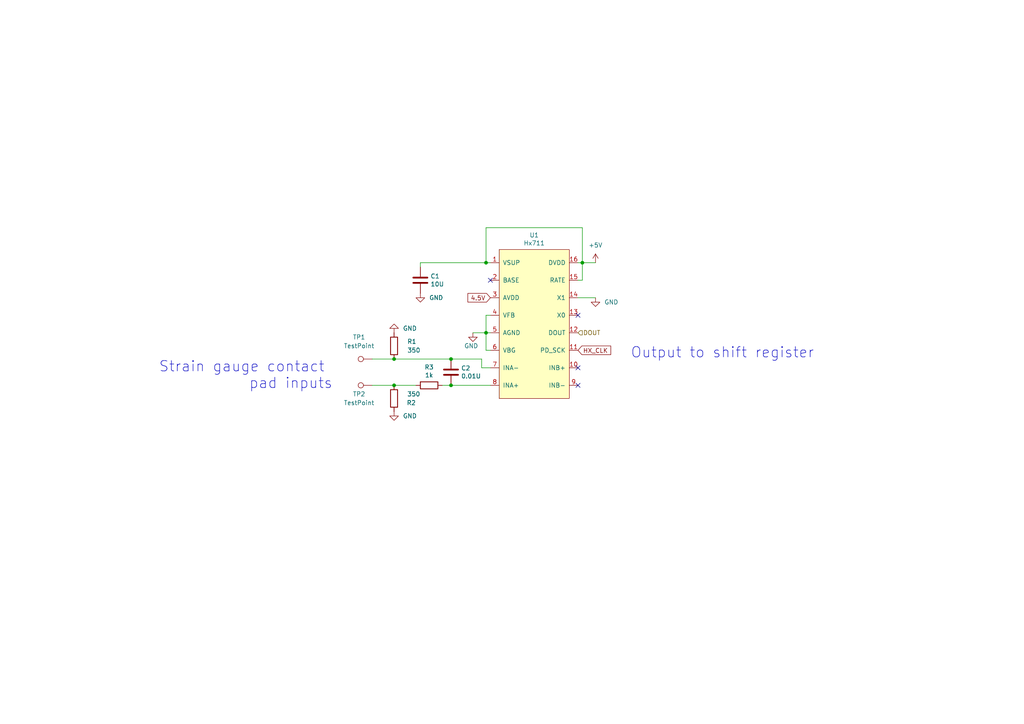
<source format=kicad_sch>
(kicad_sch (version 20211123) (generator eeschema)
  (paper "A4")
  (lib_symbols
    (symbol "Connector:TestPoint" (pin_numbers hide) (pin_names (offset 0.762) hide)
      (property "Reference" "TP" (at 0 6.858 0))
      (property "Value" "TestPoint" (at 0 5.08 0))
      (symbol "TestPoint_0_1"
        (circle (center 0 3.302) (radius 0.762))
      )
      (symbol "TestPoint_1_1"
        (pin passive line (at 0 0 90) (length 2.54) (name "1") (number "1"))
      )
    )
    (symbol "Device:R" (pin_numbers hide) (pin_names (offset 0))
      (property "Reference" "R" (at 2.032 0 90))
      (property "Value" "R" (at 0 0 90))
      (symbol "R_0_1"
        (rectangle (start -1.016 -2.54) (end 1.016 2.54) (stroke (width 0.254)))
      )
      (symbol "R_1_1"
        (pin passive line (at 0 3.81 270) (length 1.27) (name "~") (number "1"))
        (pin passive line (at 0 -3.81 90) (length 1.27) (name "~") (number "2"))
      )
    )
    (symbol "PCB-rescue:C-Device" (pin_numbers hide) (pin_names (offset 0.254))
      (property "Reference" "C" (at 0.635 2.54 0))
      (property "Value" "C-Device" (at 0.635 -2.54 0))
      (symbol "C-Device_0_1"
        (polyline (pts (xy -2.032 -0.762) (xy 2.032 -0.762)) (stroke (width 0.508)))
        (polyline (pts (xy -2.032 0.762) (xy 2.032 0.762)) (stroke (width 0.508)))
      )
      (symbol "C-Device_1_1"
        (pin passive line (at 0 3.81 270) (length 2.794) (name "~") (number "1"))
        (pin passive line (at 0 -3.81 90) (length 2.794) (name "~") (number "2"))
      )
    )
    (symbol "PCB-rescue:Hx711-HX711-HX711-ADC-rescue" (pin_names (offset 1.016))
      (property "Reference" "U" (at 3.81 45.72 0))
      (property "Value" "Hx711-HX711-HX711-ADC-rescue" (at 3.81 43.18 0))
      (symbol "Hx711-HX711-HX711-ADC-rescue_0_1"
        (rectangle (start -6.35 41.91) (end 13.97 -1.27) (fill (type background)))
      )
      (symbol "Hx711-HX711-HX711-ADC-rescue_1_1"
        (pin input line (at -8.89 38.1 0) (length 2.54) (name "VSUP") (number "1"))
        (pin input line (at 16.51 7.62 180) (length 2.54) (name "INB+") (number "10"))
        (pin input line (at 16.51 12.7 180) (length 2.54) (name "PD_SCK") (number "11"))
        (pin output line (at 16.51 17.78 180) (length 2.54) (name "DOUT") (number "12"))
        (pin input line (at 16.51 22.86 180) (length 2.54) (name "X0") (number "13"))
        (pin input line (at 16.51 27.94 180) (length 2.54) (name "X1") (number "14"))
        (pin input line (at 16.51 33.02 180) (length 2.54) (name "RATE") (number "15"))
        (pin input line (at 16.51 38.1 180) (length 2.54) (name "DVDD") (number "16"))
        (pin output line (at -8.89 33.02 0) (length 2.54) (name "BASE") (number "2"))
        (pin input line (at -8.89 27.94 0) (length 2.54) (name "AVDD") (number "3"))
        (pin input line (at -8.89 22.86 0) (length 2.54) (name "VFB") (number "4"))
        (pin input line (at -8.89 17.78 0) (length 2.54) (name "AGND") (number "5"))
        (pin input line (at -8.89 12.7 0) (length 2.54) (name "VBG") (number "6"))
        (pin input line (at -8.89 7.62 0) (length 2.54) (name "INA-") (number "7"))
        (pin input line (at -8.89 2.54 0) (length 2.54) (name "INA+") (number "8"))
        (pin input line (at 16.51 2.54 180) (length 2.54) (name "INB-") (number "9"))
      )
    )
    (symbol "PCB-rescue:R-Device" (pin_numbers hide) (pin_names (offset 0))
      (property "Reference" "R" (at 2.032 0 90))
      (property "Value" "R-Device" (at 0 0 90))
      (symbol "R-Device_0_1"
        (rectangle (start -1.016 -2.54) (end 1.016 2.54) (stroke (width 0.254)))
      )
      (symbol "R-Device_1_1"
        (pin passive line (at 0 3.81 270) (length 1.27) (name "~") (number "1"))
        (pin passive line (at 0 -3.81 90) (length 1.27) (name "~") (number "2"))
      )
    )
    (symbol "power:+5V" (power) (pin_names (offset 0))
      (property "Value" "+5V" (at 0 3.556 0))
      (symbol "+5V_0_1"
        (polyline (pts (xy -0.762 1.27) (xy 0 2.54)))
        (polyline (pts (xy 0 0) (xy 0 2.54)))
        (polyline (pts (xy 0 2.54) (xy 0.762 1.27)))
      )
      (symbol "+5V_1_1"
        (pin power_in line (at 0 0 90) (length 0) hide (name "+5V") (number "1"))
      )
    )
    (symbol "power:GND" (power) (pin_names (offset 0))
      (property "Value" "GND" (at 0 -3.81 0))
      (symbol "GND_0_1"
        (polyline (pts (xy 0 0) (xy 0 -1.27) (xy 1.27 -1.27) (xy 0 -2.54) (xy -1.27 -1.27) (xy 0 -1.27)))
      )
      (symbol "GND_1_1"
        (pin power_in line (at 0 0 270) (length 0) hide (name "GND") (number "1"))
      )
    )
  )
  (junction (at 168.91 76.2))
  (junction (at 130.81 104.14))
  (junction (at 114.3 104.14))
  (junction (at 140.97 76.2))
  (junction (at 140.97 96.52))
  (junction (at 130.81 111.76))
  (junction (at 114.3 111.76))
  (no_connect (at 167.64 111.76))
  (no_connect (at 167.64 91.44))
  (no_connect (at 142.24 81.28))
  (no_connect (at 167.64 106.68))
  (wire (pts (xy 140.97 96.52) (xy 140.97 101.6)))
  (wire (pts (xy 142.24 91.44) (xy 140.97 91.44)))
  (wire (pts (xy 128.27 111.76) (xy 130.81 111.76)))
  (wire (pts (xy 168.91 66.04) (xy 140.97 66.04)))
  (wire (pts (xy 114.3 111.76) (xy 120.65 111.76)))
  (wire (pts (xy 114.3 104.14) (xy 130.81 104.14)))
  (wire (pts (xy 172.72 86.36) (xy 167.64 86.36)))
  (wire (pts (xy 139.7 106.68) (xy 139.7 104.14)))
  (wire (pts (xy 168.91 81.28) (xy 168.91 76.2)))
  (wire (pts (xy 167.64 81.28) (xy 168.91 81.28)))
  (wire (pts (xy 139.7 104.14) (xy 130.81 104.14)))
  (wire (pts (xy 140.97 96.52) (xy 142.24 96.52)))
  (wire (pts (xy 107.95 104.14) (xy 114.3 104.14)))
  (wire (pts (xy 168.91 76.2) (xy 172.72 76.2)))
  (wire (pts (xy 142.24 106.68) (xy 139.7 106.68)))
  (wire (pts (xy 140.97 66.04) (xy 140.97 76.2)))
  (wire (pts (xy 137.16 96.52) (xy 140.97 96.52)))
  (wire (pts (xy 140.97 101.6) (xy 142.24 101.6)))
  (wire (pts (xy 140.97 76.2) (xy 142.24 76.2)))
  (wire (pts (xy 107.95 111.76) (xy 114.3 111.76)))
  (wire (pts (xy 121.92 76.2) (xy 121.92 77.47)))
  (wire (pts (xy 130.81 111.76) (xy 142.24 111.76)))
  (wire (pts (xy 140.97 91.44) (xy 140.97 96.52)))
  (wire (pts (xy 168.91 66.04) (xy 168.91 76.2)))
  (wire (pts (xy 167.64 76.2) (xy 168.91 76.2)))
  (wire (pts (xy 121.92 76.2) (xy 140.97 76.2)))
  (text "Strain gauge contact \npad inputs\n" (at 96.52 113.03 180) (effects (font (size 3 3)) (justify right bottom)))
  (text "Output to shift register" (at 182.88 104.14 0) (effects (font (size 3 3)) (justify left bottom)))
  (global_label "HX_CLK" (shape input) (at 167.64 101.6 0) (property "Intersheet References" "${INTERSHEET_REFS}" (effects hide)))
  (global_label "4.5V" (shape input) (at 142.24 86.36 180) (property "Intersheet References" "${INTERSHEET_REFS}" (effects hide)))
  (hierarchical_label "DOUT" (shape input) (at 167.64 96.52 0))
  (symbol (lib_id "PCB-rescue:C-Device") (at 121.92 81.28 0)
    (property "Reference" "C1" (at 124.841 80.1116 0) (effects (justify left)))
    (property "Value" "10U" (at 124.841 82.423 0) (effects (justify left)))
    (property "Footprint" "Capacitor_SMD:C_0805_2012Metric_Pad1.18x1.45mm_HandSolder" (effects hide))
  )
  (symbol (lib_id "power:GND") (at 114.3 119.38 0)
    (property "Reference" "#PWR0103" (effects hide))
    (property "Value" "GND" (at 116.84 120.6499 0) (effects (justify left)))
  )
  (symbol (lib_id "power:GND") (at 121.92 85.09 0)
    (property "Reference" "#PWR0104" (effects hide))
    (property "Value" "GND" (at 124.46 86.3599 0) (effects (justify left)))
  )
  (symbol (lib_id "power:GND") (at 137.16 96.52 0)
    (property "Reference" "#PWR0106" (effects hide))
    (property "Value" "GND" (at 134.62 100.33 0) (effects (justify left)))
  )
  (symbol (lib_id "power:+5V") (at 172.72 76.2 0)
    (property "Reference" "#PWR0101" (effects hide))
    (property "Value" "+5V" (at 172.72 71.12 0))
  )
  (symbol (lib_id "power:GND") (at 114.3 96.52 180)
    (property "Reference" "#PWR0105" (effects hide))
    (property "Value" "GND" (at 116.84 95.2499 0) (effects (justify right)))
  )
  (symbol (lib_id "Connector:TestPoint") (at 107.95 111.76 90)
    (property "Reference" "TP2" (at 104.14 114.3 90))
    (property "Value" "TestPoint" (at 104.14 116.84 90))
    (property "Footprint" "Custom-footprints:Radial-Pads-With-Relief" (effects hide))
  )
  (symbol (lib_id "Device:R") (at 114.3 100.33 0)
    (property "Reference" "R1" (at 118.11 99.0599 0) (effects (justify left)))
    (property "Value" "350" (at 118.11 101.5999 0) (effects (justify left)))
    (property "Footprint" "Resistor_SMD:R_0805_2012Metric_Pad1.20x1.40mm_HandSolder" (effects hide))
  )
  (symbol (lib_id "PCB-rescue:R-Device") (at 124.46 111.76 270)
    (property "Reference" "R3" (at 124.46 106.5022 90))
    (property "Value" "1k" (at 124.46 108.8136 90))
    (property "Footprint" "Resistor_SMD:R_0805_2012Metric_Pad1.20x1.40mm_HandSolder" (effects hide))
  )
  (symbol (lib_id "power:GND") (at 172.72 86.36 0)
    (property "Reference" "#PWR0102" (effects hide))
    (property "Value" "GND" (at 175.26 87.6299 0) (effects (justify left)))
  )
  (symbol (lib_id "PCB-rescue:Hx711-HX711-HX711-ADC-rescue") (at 151.13 114.3 0)
    (property "Reference" "U1" (at 154.94 68.199 0))
    (property "Value" "Hx711" (at 154.94 70.5104 0))
    (property "Footprint" "Package_SO:SOIC-16_3.9x9.9mm_P1.27mm" (effects hide))
  )
  (symbol (lib_id "Connector:TestPoint") (at 107.95 104.14 90)
    (property "Reference" "TP1" (at 104.14 97.79 90))
    (property "Value" "TestPoint" (at 104.14 100.33 90))
    (property "Footprint" "Custom-footprints:Radial-Pads-With-Relief" (effects hide))
  )
  (symbol (lib_id "Device:R") (at 114.3 115.57 180)
    (property "Reference" "R2" (at 120.65 116.84 0) (effects (justify left)))
    (property "Value" "350" (at 121.92 114.3 0) (effects (justify left)))
    (property "Footprint" "Resistor_SMD:R_0805_2012Metric_Pad1.20x1.40mm_HandSolder" (effects hide))
  )
  (symbol (lib_id "PCB-rescue:C-Device") (at 130.81 107.95 0)
    (property "Reference" "C2" (at 133.731 106.7816 0) (effects (justify left)))
    (property "Value" "0.01U" (at 133.731 109.093 0) (effects (justify left)))
    (property "Footprint" "Capacitor_SMD:C_0805_2012Metric_Pad1.18x1.45mm_HandSolder" (effects hide))
  )
)
</source>
